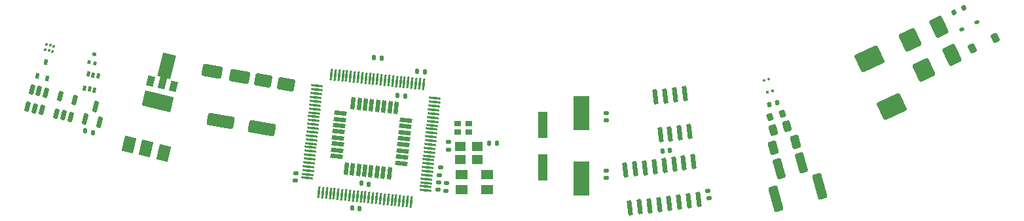
<source format=gbr>
%TF.GenerationSoftware,KiCad,Pcbnew,7.0.6*%
%TF.CreationDate,2023-10-29T15:43:57+01:00*%
%TF.ProjectId,nana,6e616e61-2e6b-4696-9361-645f70636258,rev?*%
%TF.SameCoordinates,Original*%
%TF.FileFunction,Paste,Top*%
%TF.FilePolarity,Positive*%
%FSLAX46Y46*%
G04 Gerber Fmt 4.6, Leading zero omitted, Abs format (unit mm)*
G04 Created by KiCad (PCBNEW 7.0.6) date 2023-10-29 15:43:57*
%MOMM*%
%LPD*%
G01*
G04 APERTURE LIST*
G04 Aperture macros list*
%AMRoundRect*
0 Rectangle with rounded corners*
0 $1 Rounding radius*
0 $2 $3 $4 $5 $6 $7 $8 $9 X,Y pos of 4 corners*
0 Add a 4 corners polygon primitive as box body*
4,1,4,$2,$3,$4,$5,$6,$7,$8,$9,$2,$3,0*
0 Add four circle primitives for the rounded corners*
1,1,$1+$1,$2,$3*
1,1,$1+$1,$4,$5*
1,1,$1+$1,$6,$7*
1,1,$1+$1,$8,$9*
0 Add four rect primitives between the rounded corners*
20,1,$1+$1,$2,$3,$4,$5,0*
20,1,$1+$1,$4,$5,$6,$7,0*
20,1,$1+$1,$6,$7,$8,$9,0*
20,1,$1+$1,$8,$9,$2,$3,0*%
%AMRotRect*
0 Rectangle, with rotation*
0 The origin of the aperture is its center*
0 $1 length*
0 $2 width*
0 $3 Rotation angle, in degrees counterclockwise*
0 Add horizontal line*
21,1,$1,$2,0,0,$3*%
%AMFreePoly0*
4,1,9,3.862500,-0.866500,0.737500,-0.866500,0.737500,-0.450000,-0.737500,-0.450000,-0.737500,0.450000,0.737500,0.450000,0.737500,0.866500,3.862500,0.866500,3.862500,-0.866500,3.862500,-0.866500,$1*%
G04 Aperture macros list end*
%ADD10RotRect,2.000000X1.500000X76.250000*%
%ADD11RotRect,2.000000X3.800000X76.250000*%
%ADD12R,1.600000X1.300000*%
%ADD13RoundRect,0.135000X-0.169875X0.153598X-0.198098X-0.114923X0.169875X-0.153598X0.198098X0.114923X0*%
%ADD14RoundRect,0.135000X-0.080651X-0.214349X0.179529X-0.142194X0.080651X0.214349X-0.179529X0.142194X0*%
%ADD15RoundRect,0.150000X0.023887X-0.533466X0.267515X0.462160X-0.023887X0.533466X-0.267515X-0.462160X0*%
%ADD16RotRect,0.650000X0.400000X76.250000*%
%ADD17RoundRect,0.250000X1.129555X0.359314X-0.938542X0.723975X-1.129555X-0.359314X0.938542X-0.723975X0*%
%ADD18RoundRect,0.140000X-0.154435X0.157003X-0.183703X-0.121463X0.154435X-0.157003X0.183703X0.121463X0*%
%ADD19RoundRect,0.250000X-1.238295X0.525951X-0.393059X-1.286664X1.238295X-0.525951X0.393059X1.286664X0*%
%ADD20RoundRect,0.079500X-0.049751X-0.118090X0.103466X-0.075599X0.049751X0.118090X-0.103466X0.075599X0*%
%ADD21RoundRect,0.112500X-0.122388X-0.181201X0.217477X-0.022719X0.122388X0.181201X-0.217477X0.022719X0*%
%ADD22RoundRect,0.250000X0.013853X1.119415X-0.588416X0.952391X-0.013853X-1.119415X0.588416X-0.952391X0*%
%ADD23RoundRect,0.135000X0.159930X-0.152553X0.188153X0.115968X-0.159930X0.152553X-0.188153X-0.115968X0*%
%ADD24RoundRect,0.132500X0.162678X-0.150328X0.190378X0.113220X-0.162678X0.150328X-0.190378X-0.113220X0*%
%ADD25RoundRect,0.250000X0.932593X0.394043X-0.741580X0.689245X-0.932593X-0.394043X0.741580X-0.689245X0*%
%ADD26RoundRect,0.150000X0.051423X0.244654X-0.220470X0.117869X-0.051423X-0.244654X0.220470X-0.117869X0*%
%ADD27RoundRect,0.250000X-0.031499X1.470047X-0.730131X1.276299X0.031499X-1.470047X0.730131X-1.276299X0*%
%ADD28RotRect,1.300000X0.900000X76.000000*%
%ADD29FreePoly0,76.000000*%
%ADD30RoundRect,0.150000X-0.249424X0.800570X-0.048340X-0.837131X0.249424X-0.800570X0.048340X0.837131X0*%
%ADD31RoundRect,0.140000X-0.170000X0.140000X-0.170000X-0.140000X0.170000X-0.140000X0.170000X0.140000X0*%
%ADD32RotRect,0.450000X0.700000X346.250000*%
%ADD33RotRect,0.450000X0.400000X76.250000*%
%ADD34RotRect,0.450000X0.500000X76.250000*%
%ADD35RoundRect,0.200000X-0.119236X-0.318446X0.266217X-0.211551X0.119236X0.318446X-0.266217X0.211551X0*%
%ADD36R,0.900000X0.800000*%
%ADD37RoundRect,0.140000X-0.157003X-0.154435X0.121463X-0.183703X0.157003X0.154435X-0.121463X0.183703X0*%
%ADD38RoundRect,0.250000X-1.011718X0.631606X-0.166482X-1.181010X1.011718X-0.631606X0.166482X1.181010X0*%
%ADD39RoundRect,0.140000X0.185795X-0.118239X0.151671X0.159674X-0.185795X0.118239X-0.151671X-0.159674X0*%
%ADD40RoundRect,0.250000X-0.132696X-0.503784X0.373210X-0.363484X0.132696X0.503784X-0.373210X0.363484X0*%
%ADD41RoundRect,0.250000X-0.846213X-1.497973X1.691449X-0.314642X0.846213X1.497973X-1.691449X0.314642X0*%
%ADD42RoundRect,0.140000X0.170000X-0.140000X0.170000X0.140000X-0.170000X0.140000X-0.170000X-0.140000X0*%
%ADD43RoundRect,0.075000X0.005339X-0.666710X0.143839X0.651031X-0.005339X0.666710X-0.143839X-0.651031X0*%
%ADD44RoundRect,0.075000X0.651031X-0.143839X0.666710X0.005339X-0.651031X0.143839X-0.666710X-0.005339X0*%
%ADD45RoundRect,0.250000X0.134111X0.685781X-0.468159X0.518757X-0.134111X-0.685781X0.468159X-0.518757X0*%
%ADD46R,2.000000X4.500000*%
%ADD47RoundRect,0.140000X0.154435X-0.157003X0.183703X0.121463X-0.154435X0.157003X-0.183703X-0.121463X0*%
%ADD48RoundRect,0.140000X-0.140000X-0.170000X0.140000X-0.170000X0.140000X0.170000X-0.140000X0.170000X0*%
%ADD49RoundRect,0.140000X0.157003X0.154435X-0.121463X0.183703X-0.157003X-0.154435X0.121463X-0.183703X0*%
%ADD50RotRect,1.600000X0.550000X84.000000*%
%ADD51RotRect,1.600000X0.550000X174.000000*%
%ADD52RotRect,0.330000X0.270000X76.250000*%
%ADD53RoundRect,0.067500X0.047006X0.083084X-0.083084X0.047006X-0.047006X-0.083084X0.083084X-0.047006X0*%
%ADD54R,1.400000X1.200000*%
%ADD55RoundRect,0.150000X0.006061X-0.606316X0.285342X0.535011X-0.006061X0.606316X-0.285342X-0.535011X0*%
%ADD56RoundRect,0.250000X1.572718X0.281172X-1.381705X0.802117X-1.572718X-0.281172X1.381705X-0.802117X0*%
%ADD57RoundRect,0.140000X0.118239X0.185795X-0.159674X0.151671X-0.118239X-0.185795X0.159674X-0.151671X0*%
%ADD58RoundRect,0.135000X0.175103X0.147611X-0.087159X0.211786X-0.175103X-0.147611X0.087159X-0.211786X0*%
%ADD59RoundRect,0.225000X-0.045437X-0.434955X0.362401X-0.244776X0.045437X0.434955X-0.362401X0.244776X0*%
%ADD60R,1.200000X3.500000*%
%ADD61RoundRect,0.135000X0.153598X0.169875X-0.114923X0.198098X-0.153598X-0.169875X0.114923X-0.198098X0*%
G04 APERTURE END LIST*
D10*
%TO.C,U7*%
X111894068Y-109736715D03*
X114128154Y-110283393D03*
D11*
X115625576Y-104163937D03*
D10*
X116362241Y-110830070D03*
%TD*%
D12*
%TO.C,Y5*%
X154868779Y-115632515D03*
X158168779Y-115632515D03*
X158168779Y-113632515D03*
X154868779Y-113632515D03*
%TD*%
D13*
%TO.C,R11*%
X152972087Y-114725305D03*
X152865467Y-115739717D03*
%TD*%
D14*
%TO.C,R2*%
X194689900Y-104602690D03*
X195672804Y-104330106D03*
%TD*%
D15*
%TO.C,REF\u002A\u002A*%
X98786942Y-104839107D03*
X99709717Y-105064909D03*
X100632492Y-105290710D03*
X101173228Y-103080907D03*
X100250453Y-102855105D03*
X99327678Y-102629304D03*
%TD*%
D16*
%TO.C,REF\u002A\u002A*%
X106169334Y-102437479D03*
X106800706Y-102591975D03*
X107432079Y-102746471D03*
X107883682Y-100900921D03*
X107252310Y-100746425D03*
X106620937Y-100591929D03*
%TD*%
D17*
%TO.C,C6*%
X126220849Y-100923841D03*
X122675541Y-100298707D03*
%TD*%
D18*
%TO.C,C15*%
X152168955Y-112755148D03*
X152068607Y-113709890D03*
%TD*%
D19*
%TO.C,D6*%
X212860405Y-96248821D03*
X214677663Y-100145945D03*
%TD*%
D20*
%TO.C,R6*%
X194421318Y-103016785D03*
X195086224Y-102832391D03*
%TD*%
D21*
%TO.C,D3*%
X219598283Y-94844703D03*
X221501529Y-93957205D03*
%TD*%
D22*
%TO.C,R8*%
X198815760Y-112098999D03*
X195997140Y-112880671D03*
%TD*%
D23*
%TO.C,C9*%
X151867564Y-115619838D03*
D24*
X151970525Y-114640234D03*
%TD*%
D25*
%TO.C,C5*%
X132228177Y-101983111D03*
X129273753Y-101462167D03*
%TD*%
D26*
%TO.C,D2*%
X218594564Y-92692242D03*
X219863394Y-92100576D03*
%TD*%
D27*
%TO.C,R9*%
X201223256Y-115167201D03*
X195513746Y-116750589D03*
%TD*%
D28*
%TO.C,U8*%
X114720442Y-101516365D03*
D29*
X116197053Y-101794347D03*
D28*
X117631329Y-102242131D03*
%TD*%
D30*
%TO.C,U1*%
X183787050Y-103142030D03*
X182526516Y-103296804D03*
X181265983Y-103451578D03*
X180005449Y-103606352D03*
X180608702Y-108519456D03*
X181869236Y-108364682D03*
X183129769Y-108209908D03*
X184390303Y-108055134D03*
%TD*%
%TO.C,U3*%
X184909472Y-111996229D03*
X183648938Y-112151003D03*
X182388405Y-112305777D03*
X181127871Y-112460551D03*
X179867338Y-112615325D03*
X178606804Y-112770099D03*
X177346270Y-112924873D03*
X176085737Y-113079648D03*
X176688990Y-117992751D03*
X177949524Y-117837977D03*
X179210057Y-117683203D03*
X180470591Y-117528429D03*
X181731124Y-117373655D03*
X182991658Y-117218881D03*
X184252192Y-117064107D03*
X185512725Y-116909332D03*
%TD*%
D31*
%TO.C,C13*%
X173618775Y-105652508D03*
X173618775Y-106612508D03*
%TD*%
D32*
%TO.C,REF\u002A\u002A*%
X100061770Y-100891497D03*
X101324514Y-101200489D03*
X101168514Y-99103309D03*
%TD*%
D33*
%TO.C,REF\u002A\u002A*%
X106728693Y-99099784D03*
X107505766Y-99289933D03*
D34*
X107390568Y-98077815D03*
%TD*%
D35*
%TO.C,R3*%
X194813929Y-106228692D03*
X196403919Y-105787748D03*
%TD*%
D36*
%TO.C,Y3*%
X154418775Y-108182515D03*
X155818775Y-108182515D03*
X155818775Y-107082515D03*
X154418775Y-107082515D03*
%TD*%
D37*
%TO.C,C18*%
X143597122Y-98476581D03*
X144551864Y-98576929D03*
%TD*%
D38*
%TO.C,D5*%
X216603447Y-94503403D03*
X218293921Y-98128635D03*
%TD*%
D39*
%TO.C,C4*%
X186877272Y-116708937D03*
X186760278Y-115756093D03*
%TD*%
D40*
%TO.C,R1*%
X195190931Y-107915537D03*
X196949557Y-107427827D03*
%TD*%
D37*
%TO.C,C17*%
X141941402Y-114782342D03*
X142896144Y-114882690D03*
%TD*%
D41*
%TO.C,D7*%
X207667258Y-98670432D03*
X210541062Y-104833324D03*
%TD*%
D42*
%TO.C,C10*%
X153218777Y-110412522D03*
X153218777Y-109452522D03*
%TD*%
D43*
%TO.C,U2*%
X136445154Y-115938727D03*
X136942415Y-115990991D03*
X137439676Y-116043256D03*
X137936937Y-116095520D03*
X138434198Y-116147784D03*
X138931459Y-116200048D03*
X139428720Y-116252313D03*
X139925981Y-116304577D03*
X140423242Y-116356841D03*
X140920503Y-116409105D03*
X141417764Y-116461370D03*
X141915025Y-116513634D03*
X142412286Y-116565898D03*
X142909547Y-116618162D03*
X143406808Y-116670426D03*
X143904068Y-116722691D03*
X144401329Y-116774955D03*
X144898590Y-116827219D03*
X145395851Y-116879483D03*
X145893112Y-116931748D03*
X146390373Y-116984012D03*
X146887634Y-117036276D03*
X147384895Y-117088540D03*
X147882156Y-117140805D03*
X148379417Y-117193069D03*
D44*
X150206588Y-115713455D03*
X150258852Y-115216194D03*
X150311117Y-114718933D03*
X150363381Y-114221672D03*
X150415645Y-113724411D03*
X150467909Y-113227150D03*
X150520174Y-112729889D03*
X150572438Y-112232628D03*
X150624702Y-111735367D03*
X150676966Y-111238106D03*
X150729231Y-110740845D03*
X150781495Y-110243584D03*
X150833759Y-109746323D03*
X150886023Y-109249062D03*
X150938287Y-108751801D03*
X150990552Y-108254541D03*
X151042816Y-107757280D03*
X151095080Y-107260019D03*
X151147344Y-106762758D03*
X151199609Y-106265497D03*
X151251873Y-105768236D03*
X151304137Y-105270975D03*
X151356401Y-104773714D03*
X151408666Y-104276453D03*
X151460930Y-103779192D03*
D43*
X149981316Y-101952021D03*
X149484055Y-101899757D03*
X148986794Y-101847492D03*
X148489533Y-101795228D03*
X147992272Y-101742964D03*
X147495011Y-101690700D03*
X146997750Y-101638435D03*
X146500489Y-101586171D03*
X146003228Y-101533907D03*
X145505967Y-101481643D03*
X145008706Y-101429378D03*
X144511445Y-101377114D03*
X144014184Y-101324850D03*
X143516923Y-101272586D03*
X143019662Y-101220322D03*
X142522402Y-101168057D03*
X142025141Y-101115793D03*
X141527880Y-101063529D03*
X141030619Y-101011265D03*
X140533358Y-100959000D03*
X140036097Y-100906736D03*
X139538836Y-100854472D03*
X139041575Y-100802208D03*
X138544314Y-100749943D03*
X138047053Y-100697679D03*
D44*
X136219882Y-102177293D03*
X136167618Y-102674554D03*
X136115353Y-103171815D03*
X136063089Y-103669076D03*
X136010825Y-104166337D03*
X135958561Y-104663598D03*
X135906296Y-105160859D03*
X135854032Y-105658120D03*
X135801768Y-106155381D03*
X135749504Y-106652642D03*
X135697239Y-107149903D03*
X135644975Y-107647164D03*
X135592711Y-108144425D03*
X135540447Y-108641686D03*
X135488183Y-109138947D03*
X135435918Y-109636207D03*
X135383654Y-110133468D03*
X135331390Y-110630729D03*
X135279126Y-111127990D03*
X135226861Y-111625251D03*
X135174597Y-112122512D03*
X135122333Y-112619773D03*
X135070069Y-113117034D03*
X135017804Y-113614295D03*
X134965540Y-114111556D03*
%TD*%
D45*
%TO.C,R10*%
X198067490Y-109400824D03*
X195248870Y-110182496D03*
%TD*%
D46*
%TO.C,Y1*%
X170418780Y-105682519D03*
X170418780Y-114182519D03*
%TD*%
D31*
%TO.C,C12*%
X173618783Y-113152522D03*
X173618783Y-114112522D03*
%TD*%
D47*
%TO.C,C19*%
X133368597Y-114409892D03*
X133468945Y-113455150D03*
%TD*%
D48*
%TO.C,C11*%
X158488784Y-109582513D03*
X159448784Y-109582513D03*
%TD*%
D49*
%TO.C,C16*%
X147596164Y-103482688D03*
X146641422Y-103382340D03*
%TD*%
D50*
%TO.C,U4*%
X139984328Y-112879412D03*
X140779945Y-112963035D03*
X141575563Y-113046658D03*
X142371180Y-113130281D03*
X143166798Y-113213903D03*
X143962415Y-113297526D03*
X144758033Y-113381149D03*
X145553650Y-113464772D03*
D51*
X147147273Y-112174281D03*
X147230896Y-111378664D03*
X147314519Y-110583046D03*
X147398142Y-109787429D03*
X147481764Y-108991811D03*
X147565387Y-108196194D03*
X147649010Y-107400576D03*
X147732633Y-106604959D03*
D50*
X146442142Y-105011336D03*
X145646525Y-104927713D03*
X144850907Y-104844090D03*
X144055290Y-104760467D03*
X143259672Y-104676845D03*
X142464055Y-104593222D03*
X141668437Y-104509599D03*
X140872820Y-104425976D03*
D51*
X139279197Y-105716467D03*
X139195574Y-106512084D03*
X139111951Y-107307702D03*
X139028328Y-108103319D03*
X138944706Y-108898937D03*
X138861083Y-109694554D03*
X138777460Y-110490172D03*
X138693837Y-111285789D03*
%TD*%
D52*
%TO.C,REF\u002A\u002A*%
X101053639Y-97469163D03*
X101539310Y-97588006D03*
X102024981Y-97706849D03*
X102186607Y-97046337D03*
X101700936Y-96927494D03*
X101215265Y-96808651D03*
%TD*%
D53*
%TO.C,R7*%
X194591182Y-101309286D03*
X194061186Y-101456268D03*
%TD*%
D54*
%TO.C,Y4*%
X154718778Y-111682519D03*
X156918778Y-111682519D03*
X156918778Y-109982519D03*
X154718778Y-109982519D03*
%TD*%
D49*
%TO.C,C14*%
X141696146Y-118082696D03*
X140741404Y-117982348D03*
%TD*%
D55*
%TO.C,Q1*%
X106216682Y-106451262D03*
X108062231Y-106902865D03*
X107585118Y-104855797D03*
%TD*%
D56*
%TO.C,C7*%
X129100825Y-107625774D03*
X123782863Y-106688074D03*
%TD*%
D57*
%TO.C,C3*%
X181845322Y-110508555D03*
X180892478Y-110625549D03*
%TD*%
D58*
%TO.C,R4*%
X107214171Y-108253736D03*
X106223403Y-108011296D03*
%TD*%
D59*
%TO.C,D4*%
X220928131Y-97341637D03*
X223918947Y-95946997D03*
%TD*%
D15*
%TO.C,REF\u002A\u002A*%
X102478043Y-105742315D03*
X103400818Y-105968117D03*
X104323593Y-106193918D03*
X104864329Y-103984115D03*
X103018779Y-103532512D03*
%TD*%
D60*
%TO.C,Y2*%
X165418766Y-107182503D03*
X165418766Y-112682503D03*
%TD*%
D61*
%TO.C,R3*%
X150125978Y-100385830D03*
X149111566Y-100279210D03*
%TD*%
M02*

</source>
